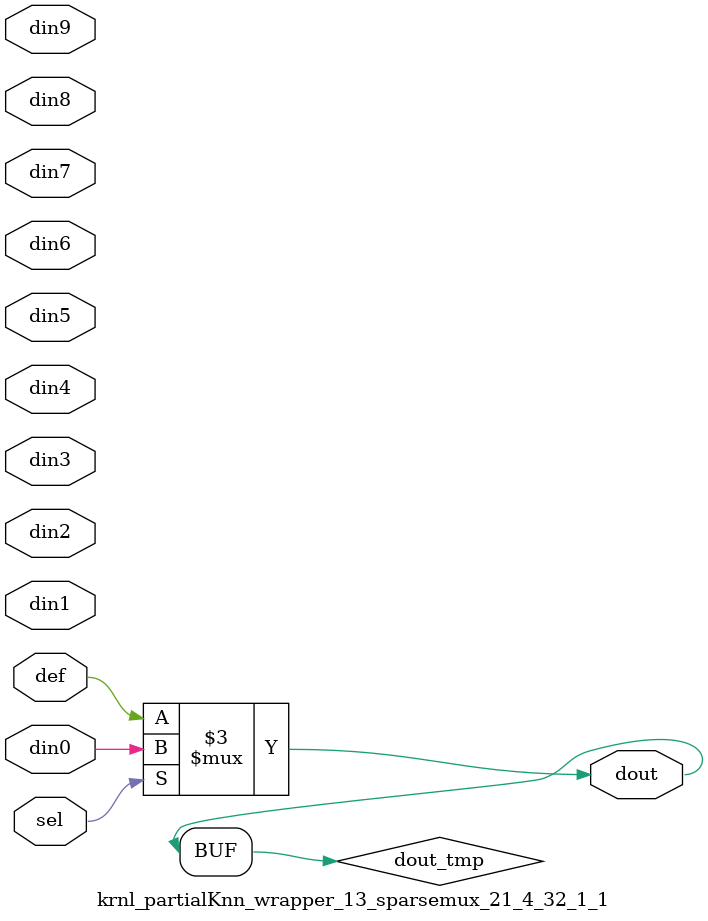
<source format=v>
`timescale 1 ns / 1 ps
module krnl_partialKnn_wrapper_13_sparsemux_21_4_32_1_1 (din0,din1,din2,din3,din4,din5,din6,din7,din8,din9,def,sel,dout);
parameter din0_WIDTH = 1;
parameter din1_WIDTH = 1;
parameter din2_WIDTH = 1;
parameter din3_WIDTH = 1;
parameter din4_WIDTH = 1;
parameter din5_WIDTH = 1;
parameter din6_WIDTH = 1;
parameter din7_WIDTH = 1;
parameter din8_WIDTH = 1;
parameter din9_WIDTH = 1;
parameter def_WIDTH = 1;
parameter sel_WIDTH = 1;
parameter dout_WIDTH = 1;
parameter [sel_WIDTH-1:0] CASE0 = 1;
parameter [sel_WIDTH-1:0] CASE1 = 1;
parameter [sel_WIDTH-1:0] CASE2 = 1;
parameter [sel_WIDTH-1:0] CASE3 = 1;
parameter [sel_WIDTH-1:0] CASE4 = 1;
parameter [sel_WIDTH-1:0] CASE5 = 1;
parameter [sel_WIDTH-1:0] CASE6 = 1;
parameter [sel_WIDTH-1:0] CASE7 = 1;
parameter [sel_WIDTH-1:0] CASE8 = 1;
parameter [sel_WIDTH-1:0] CASE9 = 1;
parameter ID = 1;
parameter NUM_STAGE = 1;
input [din0_WIDTH-1:0] din0;
input [din1_WIDTH-1:0] din1;
input [din2_WIDTH-1:0] din2;
input [din3_WIDTH-1:0] din3;
input [din4_WIDTH-1:0] din4;
input [din5_WIDTH-1:0] din5;
input [din6_WIDTH-1:0] din6;
input [din7_WIDTH-1:0] din7;
input [din8_WIDTH-1:0] din8;
input [din9_WIDTH-1:0] din9;
input [def_WIDTH-1:0] def;
input [sel_WIDTH-1:0] sel;
output [dout_WIDTH-1:0] dout;
reg [dout_WIDTH-1:0] dout_tmp;
always @ (*) begin
case (sel)
    
    CASE0 : dout_tmp = din0;
    
    CASE1 : dout_tmp = din1;
    
    CASE2 : dout_tmp = din2;
    
    CASE3 : dout_tmp = din3;
    
    CASE4 : dout_tmp = din4;
    
    CASE5 : dout_tmp = din5;
    
    CASE6 : dout_tmp = din6;
    
    CASE7 : dout_tmp = din7;
    
    CASE8 : dout_tmp = din8;
    
    CASE9 : dout_tmp = din9;
    
    default : dout_tmp = def;
endcase
end
assign dout = dout_tmp;
endmodule
</source>
